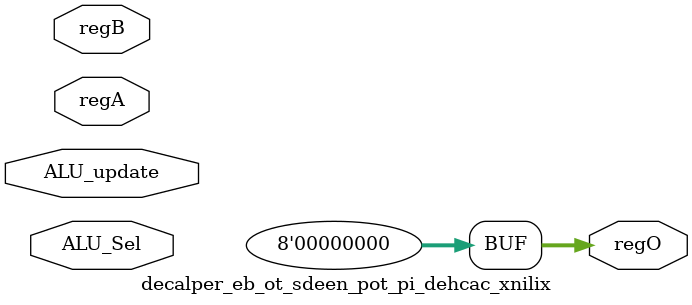
<source format=v>
module decalper_eb_ot_sdeen_pot_pi_dehcac_xnilix(	// file.cleaned.mlir:2:3
  input  [7:0] regA,	// file.cleaned.mlir:2:59
               regB,	// file.cleaned.mlir:2:74
  input  [3:0] ALU_Sel,	// file.cleaned.mlir:2:89
  input        ALU_update,	// file.cleaned.mlir:2:107
  output [7:0] regO	// file.cleaned.mlir:2:129
);

  assign regO = 8'h0;	// file.cleaned.mlir:3:14, :4:5
endmodule


</source>
